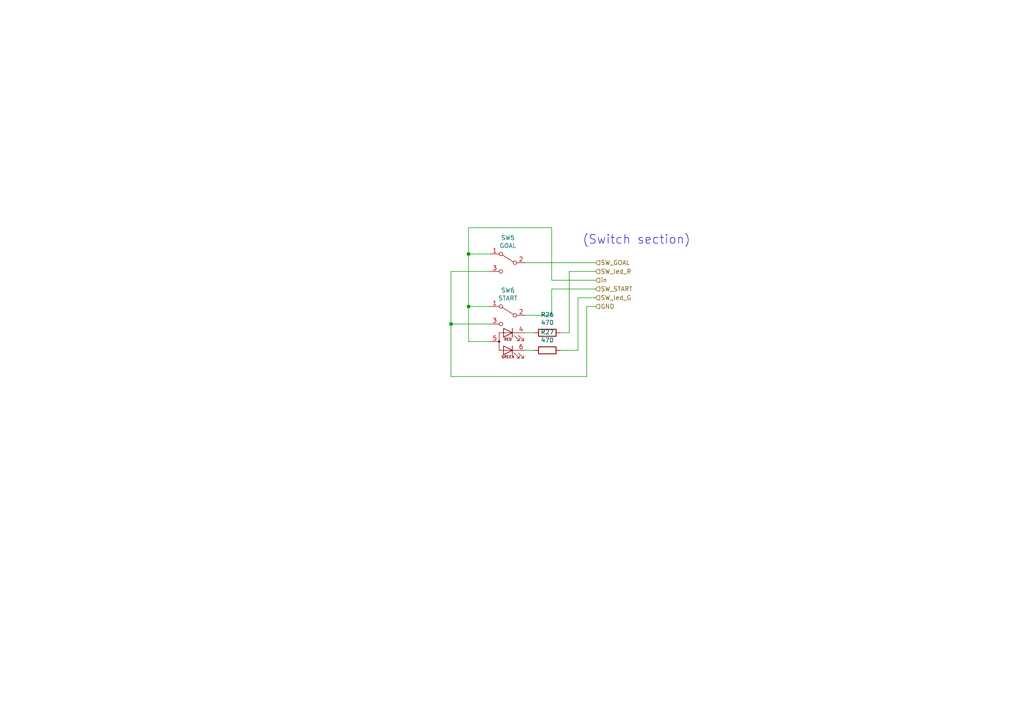
<source format=kicad_sch>
(kicad_sch (version 20211123) (generator eeschema)
  (paper "A4")
  (lib_symbols
    (symbol "0.main.robot.library:SW_NKK_B-12CCPRM" (pin_names (offset 1.016) hide)
      (property "Reference" "SW" (at 0 9.398 0))
      (property "Value" "0.main.robot.library_SW_NKK_B-12CCPRM" (at 0 -8.89 0))
      (symbol "SW_NKK_B-12CCPRM_0_0"
        (circle (center -2.032 5.08) (radius 0.508))
        (polyline (pts (xy -2.54 -5.08) (xy 2.54 -5.08)))
        (polyline (pts (xy -2.54 0) (xy 2.54 0)))
        (circle (center 2.032 2.54) (radius 0.508))
        (text "GREEN" (at 0 -6.985 0) (effects (font (size 0.762 0.762))))
        (text "RED" (at 0 -1.905 0) (effects (font (size 0.762 0.762))))
      )
      (symbol "SW_NKK_B-12CCPRM_0_1"
        (polyline (pts (xy -1.524 5.334) (xy 1.651 7.366)))
        (polyline (pts (xy -1.27 -6.35) (xy -1.27 -3.81)) (stroke (width 0.2032)))
        (polyline (pts (xy -1.27 -1.27) (xy -1.27 1.27)) (stroke (width 0.2032)))
        (polyline (pts (xy 2.54 0) (xy 2.54 -5.08)))
        (polyline (pts (xy 1.27 -6.35) (xy 1.27 -3.81) (xy -1.27 -5.08) (xy 1.27 -6.35)) (stroke (width 0.2032)))
        (polyline (pts (xy 1.27 -1.27) (xy 1.27 1.27) (xy -1.27 0) (xy 1.27 -1.27)) (stroke (width 0.2032)))
        (polyline (pts (xy -3.048 -5.842) (xy -4.572 -7.366) (xy -3.81 -7.366) (xy -4.572 -7.366) (xy -4.572 -6.604)))
        (polyline (pts (xy -3.048 -0.762) (xy -4.572 -2.286) (xy -3.81 -2.286) (xy -4.572 -2.286) (xy -4.572 -1.524)))
        (polyline (pts (xy -1.778 -5.842) (xy -3.302 -7.366) (xy -2.54 -7.366) (xy -3.302 -7.366) (xy -3.302 -6.604)))
        (polyline (pts (xy -1.778 -0.762) (xy -3.302 -2.286) (xy -2.54 -2.286) (xy -3.302 -2.286) (xy -3.302 -1.524)))
        (circle (center 2.032 7.62) (radius 0.508))
        (circle (center 2.54 -2.54) (radius 0.254) (fill (type outline)))
        (pin passive line (at -5.08 0 0) (length 2.54) (name "KR") (number "4"))
        (pin passive line (at 5.08 -2.54 180) (length 2.54) (name "A") (number "5"))
        (pin passive line (at -5.08 -5.08 0) (length 2.54) (name "KG") (number "6"))
      )
      (symbol "SW_NKK_B-12CCPRM_1_1"
        (pin passive line (at 5.08 7.62 180) (length 2.54) (name "A") (number "1"))
        (pin passive line (at -5.08 5.08 0) (length 2.54) (name "B") (number "2"))
        (pin passive line (at 5.08 2.54 180) (length 2.54) (name "C") (number "3"))
      )
    )
    (symbol "Device:R" (pin_numbers hide) (pin_names (offset 0))
      (property "Reference" "R" (at 2.032 0 90))
      (property "Value" "R" (at 0 0 90))
      (symbol "R_0_1"
        (rectangle (start -1.016 -2.54) (end 1.016 2.54) (stroke (width 0.254)))
      )
      (symbol "R_1_1"
        (pin passive line (at 0 3.81 270) (length 1.27) (name "~") (number "1"))
        (pin passive line (at 0 -3.81 90) (length 1.27) (name "~") (number "2"))
      )
    )
    (symbol "Switch:SW_SPDT" (pin_names (offset 0) hide)
      (property "Reference" "SW" (at 0 4.318 0))
      (property "Value" "SW_SPDT" (at 0 -5.08 0))
      (symbol "SW_SPDT_0_0"
        (circle (center -2.032 0) (radius 0.508))
        (circle (center 2.032 -2.54) (radius 0.508))
      )
      (symbol "SW_SPDT_0_1"
        (polyline (pts (xy -1.524 0.254) (xy 1.651 2.286)))
        (circle (center 2.032 2.54) (radius 0.508))
      )
      (symbol "SW_SPDT_1_1"
        (pin passive line (at 5.08 2.54 180) (length 2.54) (name "A") (number "1"))
        (pin passive line (at -5.08 0 0) (length 2.54) (name "B") (number "2"))
        (pin passive line (at 5.08 -2.54 180) (length 2.54) (name "C") (number "3"))
      )
    )
  )
  (junction (at 135.89 73.66))
  (junction (at 130.81 93.98))
  (junction (at 135.89 88.9))
  (wire (pts (xy 152.4 101.6) (xy 154.94 101.6)))
  (wire (pts (xy 135.89 88.9) (xy 142.24 88.9)))
  (wire (pts (xy 165.1 96.52) (xy 165.1 78.74)))
  (wire (pts (xy 162.56 101.6) (xy 167.64 101.6)))
  (wire (pts (xy 135.89 88.9) (xy 135.89 99.06)))
  (wire (pts (xy 167.64 86.36) (xy 172.72 86.36)))
  (wire (pts (xy 160.02 81.28) (xy 160.02 66.04)))
  (wire (pts (xy 135.89 66.04) (xy 135.89 73.66)))
  (wire (pts (xy 152.4 91.44) (xy 160.02 91.44)))
  (wire (pts (xy 152.4 76.2) (xy 172.72 76.2)))
  (wire (pts (xy 130.81 109.22) (xy 170.18 109.22)))
  (wire (pts (xy 162.56 96.52) (xy 165.1 96.52)))
  (wire (pts (xy 170.18 88.9) (xy 172.72 88.9)))
  (wire (pts (xy 142.24 93.98) (xy 130.81 93.98)))
  (wire (pts (xy 152.4 96.52) (xy 154.94 96.52)))
  (wire (pts (xy 142.24 78.74) (xy 130.81 78.74)))
  (wire (pts (xy 135.89 99.06) (xy 142.24 99.06)))
  (wire (pts (xy 170.18 109.22) (xy 170.18 88.9)))
  (wire (pts (xy 142.24 73.66) (xy 135.89 73.66)))
  (wire (pts (xy 172.72 81.28) (xy 160.02 81.28)))
  (wire (pts (xy 160.02 91.44) (xy 160.02 83.82)))
  (wire (pts (xy 167.64 101.6) (xy 167.64 86.36)))
  (wire (pts (xy 130.81 78.74) (xy 130.81 93.98)))
  (wire (pts (xy 160.02 66.04) (xy 135.89 66.04)))
  (wire (pts (xy 135.89 73.66) (xy 135.89 88.9)))
  (wire (pts (xy 130.81 93.98) (xy 130.81 109.22)))
  (wire (pts (xy 160.02 83.82) (xy 172.72 83.82)))
  (wire (pts (xy 165.1 78.74) (xy 172.72 78.74)))
  (text "(Switch section)" (at 168.91 71.12 0) (effects (font (size 2.54 2.54)) (justify left bottom)))
  (hierarchical_label "GND" (shape input) (at 172.72 88.9 0))
  (hierarchical_label "SW_led_G" (shape input) (at 172.72 86.36 0))
  (hierarchical_label "SW_START" (shape input) (at 172.72 83.82 0))
  (hierarchical_label "SW_led_R" (shape input) (at 172.72 78.74 0))
  (hierarchical_label "SW_GOAL" (shape input) (at 172.72 76.2 0))
  (hierarchical_label "in" (shape input) (at 172.72 81.28 0))
  (symbol (lib_id "Device:R") (at 158.75 96.52 270) (unit 1)
    (property "Reference" "R26" (at 158.75 91.2622 90))
    (property "Value" "470" (at 158.75 93.5736 90))
    (property "Footprint" "Resistor_SMD:R_0603_1608Metric_Pad0.98x0.95mm_HandSolder" (effects hide))
  )
  (symbol (lib_id "Device:R") (at 158.75 101.6 270) (unit 1)
    (property "Reference" "R27" (at 158.75 96.3422 90))
    (property "Value" "470" (at 158.75 98.6536 90))
    (property "Footprint" "Resistor_SMD:R_0603_1608Metric_Pad0.98x0.95mm_HandSolder" (effects hide))
  )
  (symbol (lib_id "Switch:SW_SPDT") (at 147.32 76.2 0) (mirror y) (unit 1)
    (property "Reference" "SW5" (at 147.32 68.961 0))
    (property "Value" "GOAL" (at 147.32 71.2724 0))
    (property "Footprint" "0.main.robot:MFS101D-14-Z" (effects hide))
  )
  (symbol (lib_id "0.main.robot.library:SW_NKK_B-12CCPRM") (at 147.32 96.52 0) (mirror y) (unit 1)
    (property "Reference" "SW6" (at 147.32 84.201 0))
    (property "Value" "START" (at 147.32 86.5124 0))
    (property "Footprint" "0.main.robot:SW_NKK_B-12CCPRM" (effects hide))
    (property "Datasheet" "http://www.nkkswitches.com/pdf/gwillum.pdf" (effects hide))
  )
)
</source>
